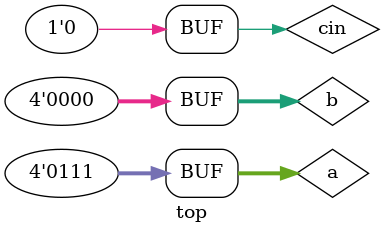
<source format=v>

module carry_look_ahead_adder (
    sum,cout,a,b,cin
);
output [3:0] sum;
output cout;

input [3:0] a,b;
input cin;

//internal wires
wire p0,p1,p2,p3,g0,g1,g2,g3;
wire c4,c3,c2,c1;

//computing p for each stages
assign p0 =a[0] ^ b[0],
       p1 =a[1] ^ b[1],
       p2 =a[2] ^ b[2],
       p3 =a[3] ^ b[3];

//computing g for each stages
assign g0 =a[0] & b[0],
       g1 =a[1] & b[1],
       g2 =a[2] & b[2],
       g3 =a[3] & b[3];


//carry look ahead computations
assign c1 =g0 | (p0 & cin),
       c2 =g1 | (p1 & g0) | (p1 & p0 & cin),
       c3 =g2 | (p2 & g1) | (p2 & p1 & g0) |(p2 & p1 & p0 & cin ),
       c4 =g3 | (p3 & g2) | (p3 & p2 & g1) |(p3 & p2 & p1 & g0 ) |(p3 & p2 & p1 & p0 & cin );

//compute sum
assign sum[0] = p0 ^ cin,
       sum[1] = p1 ^ c1,
	   sum[2] = p2 ^ c2,
	   sum[3] = p3 ^ c3;

//cout
assign cout =c4;


endmodule


//test bench

module top;
wire [3:0] sum;
wire cout;

reg [3:0] a,b;
reg cin;

//instantion of design block
carry_look_ahead_adder dut(sum,cout,a,b,cin);

//behavioural block
initial begin
    $dumpfile("carry_look_ahead_adder.vcd");
    $dumpvars(0,top);
        a=0; b=4; cin=0;
        #5
        a=0; b=2; cin=1;
        #5
        a=5; b=1; cin=0;
        #5
        a=0; b=4; cin=0;
        #5
        a=7; b=7; cin=0;
        #5
        a=5; b=5; cin=1;
        #5
        a=7; b=0; cin=0;
end

always @(a or b or cin) begin
    $display("a=%d,b=%d,cin=%d : sum=%d  cout=%d",a,b,cin,sum,cout);
end

endmodule
</source>
